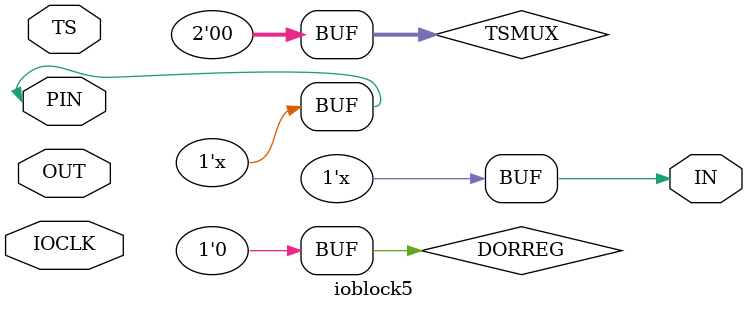
<source format=v>
module ioblock5(
	       inout  PIN,
	       input  TS,
	       input  OUT,
	       output IN,
	       input IOCLK
	       );
   
   reg 		     D;
   reg [2-1:0] 	     TSMUX;
   reg 		     DORREG;

   assign PIN = ( TSMUX == 2'b00 ) ? 1'bz : (( TSMUX == 2'b01 && TS == 1'b1 ) ? OUT : (( TSMUX == 2'b01 && TS == 1'b0 ) ? 1'bz : OUT));
   assign IN  = ( DORREG == 1'b0 ) ? PIN  : D;
   
   initial
     begin
	D=1'b0;
	TSMUX=2'b00;
	DORREG=1'b0;
     end
   
   always @(posedge IOCLK) D=PIN;
   
endmodule       

</source>
